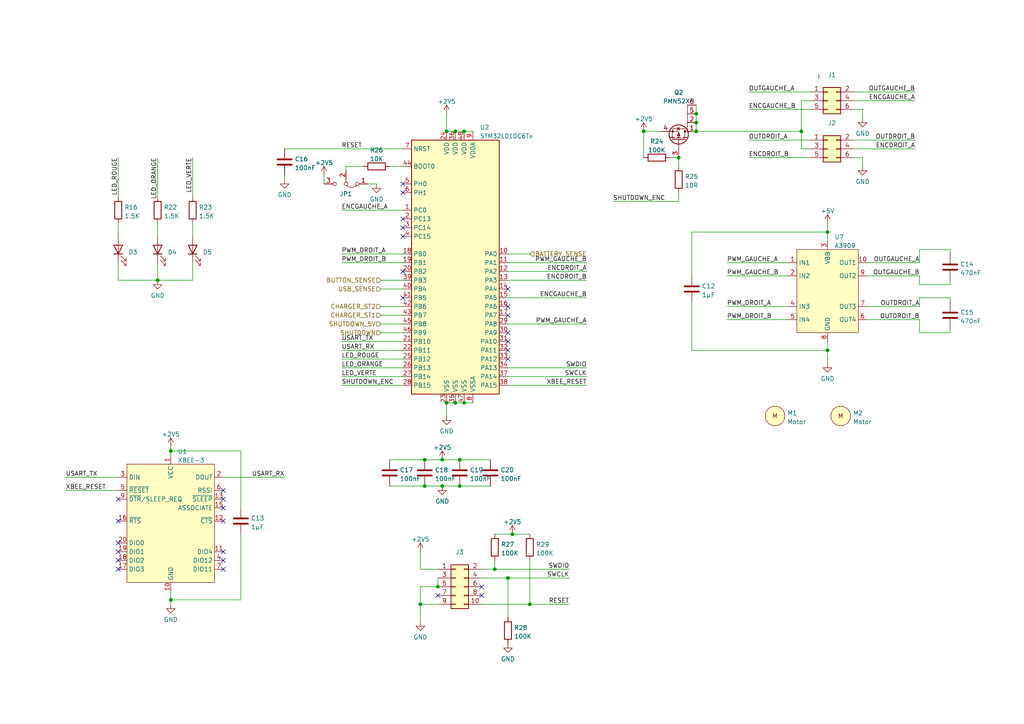
<source format=kicad_sch>
(kicad_sch (version 20211123) (generator eeschema)
  (paper "A4")
  (title_block (title "CPU + Com + Motors") (date "2022-06-08") (rev "1.0") (company "INSA - GEI"))
  (lib_symbols
    (symbol "Connector_Generic:Conn_02x03_Odd_Even" (pin_names (offset 1.016) hide)
      (property "Reference" "J" (at 1.27 5.08 0))
      (property "Value" "Conn_02x03_Odd_Even" (at 1.27 -5.08 0))
      (symbol "Conn_02x03_Odd_Even_1_1"
        (rectangle (start -1.27 -2.413) (end 0 -2.667) (stroke (width 0.1524)))
        (rectangle (start -1.27 0.127) (end 0 -0.127) (stroke (width 0.1524)))
        (rectangle (start -1.27 2.667) (end 0 2.413) (stroke (width 0.1524)))
        (rectangle (start -1.27 3.81) (end 3.81 -3.81) (stroke (width 0.254)) (fill (type background)))
        (rectangle (start 3.81 -2.413) (end 2.54 -2.667) (stroke (width 0.1524)))
        (rectangle (start 3.81 0.127) (end 2.54 -0.127) (stroke (width 0.1524)))
        (rectangle (start 3.81 2.667) (end 2.54 2.413) (stroke (width 0.1524)))
        (pin passive line (at -5.08 2.54 0) (length 3.81) (name "Pin_1") (number "1"))
        (pin passive line (at 7.62 2.54 180) (length 3.81) (name "Pin_2") (number "2"))
        (pin passive line (at -5.08 0 0) (length 3.81) (name "Pin_3") (number "3"))
        (pin passive line (at 7.62 0 180) (length 3.81) (name "Pin_4") (number "4"))
        (pin passive line (at -5.08 -2.54 0) (length 3.81) (name "Pin_5") (number "5"))
        (pin passive line (at 7.62 -2.54 180) (length 3.81) (name "Pin_6") (number "6"))
      )
    )
    (symbol "Connector_Generic:Conn_02x05_Odd_Even" (pin_names (offset 1.016) hide)
      (property "Reference" "J" (at 1.27 7.62 0))
      (property "Value" "Conn_02x05_Odd_Even" (at 1.27 -7.62 0))
      (symbol "Conn_02x05_Odd_Even_1_1"
        (rectangle (start -1.27 -4.953) (end 0 -5.207) (stroke (width 0.1524)))
        (rectangle (start -1.27 -2.413) (end 0 -2.667) (stroke (width 0.1524)))
        (rectangle (start -1.27 0.127) (end 0 -0.127) (stroke (width 0.1524)))
        (rectangle (start -1.27 2.667) (end 0 2.413) (stroke (width 0.1524)))
        (rectangle (start -1.27 5.207) (end 0 4.953) (stroke (width 0.1524)))
        (rectangle (start -1.27 6.35) (end 3.81 -6.35) (stroke (width 0.254)) (fill (type background)))
        (rectangle (start 3.81 -4.953) (end 2.54 -5.207) (stroke (width 0.1524)))
        (rectangle (start 3.81 -2.413) (end 2.54 -2.667) (stroke (width 0.1524)))
        (rectangle (start 3.81 0.127) (end 2.54 -0.127) (stroke (width 0.1524)))
        (rectangle (start 3.81 2.667) (end 2.54 2.413) (stroke (width 0.1524)))
        (rectangle (start 3.81 5.207) (end 2.54 4.953) (stroke (width 0.1524)))
        (pin passive line (at -5.08 5.08 0) (length 3.81) (name "Pin_1") (number "1"))
        (pin passive line (at 7.62 -5.08 180) (length 3.81) (name "Pin_10") (number "10"))
        (pin passive line (at 7.62 5.08 180) (length 3.81) (name "Pin_2") (number "2"))
        (pin passive line (at -5.08 2.54 0) (length 3.81) (name "Pin_3") (number "3"))
        (pin passive line (at 7.62 2.54 180) (length 3.81) (name "Pin_4") (number "4"))
        (pin passive line (at -5.08 0 0) (length 3.81) (name "Pin_5") (number "5"))
        (pin passive line (at 7.62 0 180) (length 3.81) (name "Pin_6") (number "6"))
        (pin passive line (at -5.08 -2.54 0) (length 3.81) (name "Pin_7") (number "7"))
        (pin passive line (at 7.62 -2.54 180) (length 3.81) (name "Pin_8") (number "8"))
        (pin passive line (at -5.08 -5.08 0) (length 3.81) (name "Pin_9") (number "9"))
      )
    )
    (symbol "Device:C" (pin_numbers hide) (pin_names (offset 0.254))
      (property "Reference" "C" (at 0.635 2.54 0))
      (property "Value" "C" (at 0.635 -2.54 0))
      (symbol "C_0_1"
        (polyline (pts (xy -2.032 -0.762) (xy 2.032 -0.762)) (stroke (width 0.508)))
        (polyline (pts (xy -2.032 0.762) (xy 2.032 0.762)) (stroke (width 0.508)))
      )
      (symbol "C_1_1"
        (pin passive line (at 0 3.81 270) (length 2.794) (name "~") (number "1"))
        (pin passive line (at 0 -3.81 90) (length 2.794) (name "~") (number "2"))
      )
    )
    (symbol "Device:LED" (pin_numbers hide) (pin_names (offset 1.016) hide)
      (property "Reference" "D" (at 0 2.54 0))
      (property "Value" "LED" (at 0 -2.54 0))
      (symbol "LED_0_1"
        (polyline (pts (xy -1.27 -1.27) (xy -1.27 1.27)) (stroke (width 0.254)))
        (polyline (pts (xy -1.27 0) (xy 1.27 0)))
        (polyline (pts (xy 1.27 -1.27) (xy 1.27 1.27) (xy -1.27 0) (xy 1.27 -1.27)) (stroke (width 0.254)))
        (polyline (pts (xy -3.048 -0.762) (xy -4.572 -2.286) (xy -3.81 -2.286) (xy -4.572 -2.286) (xy -4.572 -1.524)))
        (polyline (pts (xy -1.778 -0.762) (xy -3.302 -2.286) (xy -2.54 -2.286) (xy -3.302 -2.286) (xy -3.302 -1.524)))
      )
      (symbol "LED_1_1"
        (pin passive line (at -3.81 0 0) (length 2.54) (name "K") (number "1"))
        (pin passive line (at 3.81 0 180) (length 2.54) (name "A") (number "2"))
      )
    )
    (symbol "Device:R" (pin_numbers hide) (pin_names (offset 0))
      (property "Reference" "R" (at 2.032 0 90))
      (property "Value" "R" (at 0 0 90))
      (symbol "R_0_1"
        (rectangle (start -1.016 -2.54) (end 1.016 2.54) (stroke (width 0.254)))
      )
      (symbol "R_1_1"
        (pin passive line (at 0 3.81 270) (length 1.27) (name "~") (number "1"))
        (pin passive line (at 0 -3.81 90) (length 1.27) (name "~") (number "2"))
      )
    )
    (symbol "Insa:A3909"
      (property "Reference" "U" (at -7.62 15.24 0))
      (property "Value" "A3909" (at 6.35 -13.97 0))
      (symbol "A3909_0_1"
        (rectangle (start -8.89 12.7) (end 8.89 -11.43) (stroke (width 0.1524)) (fill (type background)))
        (rectangle (start 0 -19.05) (end 0 -19.05) (stroke (width 0.1524)))
        (rectangle (start 0 -19.05) (end 0 -19.05) (stroke (width 0.1524)))
        (rectangle (start 0 -19.05) (end 0 -19.05) (stroke (width 0.1524)))
        (rectangle (start 0 -19.05) (end 0 -19.05) (stroke (width 0.1524)))
      )
      (symbol "A3909_1_1"
        (pin input line (at -11.43 8.89 0) (length 2.54) (name "IN1") (number "1"))
        (pin output line (at 11.43 8.89 180) (length 2.54) (name "OUT1") (number "10"))
        (pin input line (at -11.43 5.08 0) (length 2.54) (name "IN2") (number "2"))
        (pin power_in line (at 0 15.24 270) (length 2.54) (name "VBB") (number "3"))
        (pin input line (at -11.43 -3.81 0) (length 2.54) (name "IN3") (number "4"))
        (pin input line (at -11.43 -7.62 0) (length 2.54) (name "IN4") (number "5"))
        (pin output line (at 11.43 -7.62 180) (length 2.54) (name "OUT4") (number "6"))
        (pin output line (at 11.43 -3.81 180) (length 2.54) (name "OUT3") (number "7"))
        (pin power_in line (at 0 -13.97 90) (length 2.54) (name "GND") (number "8"))
        (pin output line (at 11.43 5.08 180) (length 2.54) (name "OUT2") (number "9"))
      )
    )
    (symbol "Insa:Motor"
      (property "Reference" "M" (at 0 3.81 0))
      (property "Value" "Motor" (at 0 -5.08 0))
      (symbol "Motor_0_0"
        (text "M" (at 0 0 0) (effects (font (size 1.27 1.27))))
      )
      (symbol "Motor_0_1"
        (circle (center 0 0) (radius 2.8398) (stroke (width 0.1524)) (fill (type background)))
      )
    )
    (symbol "Insa:PMN52XP" (pin_names (offset 0) hide)
      (property "Reference" "Q" (at 5.08 1.27 0))
      (property "Value" "PMN52XP" (at 5.08 -1.27 0))
      (symbol "PMN52XP_0_1"
        (polyline (pts (xy 0.254 0) (xy -2.54 0)))
        (polyline (pts (xy 0.254 1.905) (xy 0.254 -1.905)) (stroke (width 0.254)))
        (polyline (pts (xy 0.762 -1.27) (xy 0.762 -2.286)) (stroke (width 0.254)))
        (polyline (pts (xy 0.762 0.508) (xy 0.762 -0.508)) (stroke (width 0.254)))
        (polyline (pts (xy 0.762 2.286) (xy 0.762 1.27)) (stroke (width 0.254)))
        (polyline (pts (xy 10.16 2.54) (xy 5.08 2.54)) (stroke (width 0.1524)))
        (polyline (pts (xy 2.54 -2.54) (xy 2.54 0) (xy 0.762 0)))
        (polyline (pts (xy 5.08 2.54) (xy 2.54 2.54) (xy 2.54 1.778)))
        (polyline (pts (xy 0.762 1.778) (xy 3.302 1.778) (xy 3.302 -1.778) (xy 0.762 -1.778)))
        (polyline (pts (xy 2.286 0) (xy 1.27 0.381) (xy 1.27 -0.381) (xy 2.286 0)) (fill (type outline)))
        (polyline (pts (xy 2.794 -0.508) (xy 2.921 -0.381) (xy 3.683 -0.381) (xy 3.81 -0.254)))
        (polyline (pts (xy 3.302 -0.381) (xy 2.921 0.254) (xy 3.683 0.254) (xy 3.302 -0.381)))
        (circle (center 1.651 0) (radius 2.794) (stroke (width 0.254)))
        (circle (center 2.54 -1.778) (radius 0.254) (fill (type outline)))
        (circle (center 2.54 1.778) (radius 0.254) (fill (type outline)))
      )
      (symbol "PMN52XP_1_1"
        (pin passive line (at 2.54 5.08 270) (length 2.54) (name "D") (number "1"))
        (pin passive line (at 5.08 5.08 270) (length 2.54) (name "D") (number "2"))
        (pin input line (at -5.08 0 0) (length 2.54) (name "G") (number "3"))
        (pin passive line (at 2.54 -5.08 90) (length 2.54) (name "S") (number "4"))
        (pin passive line (at 7.62 5.08 270) (length 2.54) (name "D") (number "5"))
        (pin passive line (at 10.16 5.08 270) (length 2.54) (name "D") (number "6"))
      )
    )
    (symbol "Insa:XBEE-3"
      (property "Reference" "U" (at -21.59 -17.78 0))
      (property "Value" "XBEE-3" (at -21.59 -17.78 0))
      (symbol "XBEE-3_0_1"
        (rectangle (start -12.7 36.83) (end 12.7 2.54) (stroke (width 0.1524)) (fill (type background)))
      )
      (symbol "XBEE-3_1_1"
        (pin power_in line (at 0 39.37 270) (length 2.54) (name "VCC") (number "1"))
        (pin power_in line (at 0 0 90) (length 2.54) (name "GND") (number "10"))
        (pin bidirectional line (at 15.24 11.43 180) (length 2.54) (name "DIO4") (number "11"))
        (pin output line (at 15.24 20.32 180) (length 2.54) (name "~{CTS}") (number "12"))
        (pin output line (at 15.24 26.67 180) (length 2.54) (name "~{SLEEP}") (number "13"))
        (pin output line (at 15.24 24.13 180) (length 2.54) (name "ASSOCIATE") (number "15"))
        (pin input line (at -15.24 20.32 0) (length 2.54) (name "~{RTS}") (number "16"))
        (pin bidirectional line (at -15.24 6.35 0) (length 2.54) (name "DIO3") (number "17"))
        (pin bidirectional line (at -15.24 8.89 0) (length 2.54) (name "DIO2") (number "18"))
        (pin bidirectional line (at -15.24 11.43 0) (length 2.54) (name "DIO1") (number "19"))
        (pin output line (at 15.24 33.02 180) (length 2.54) (name "DOUT") (number "2"))
        (pin bidirectional line (at -15.24 13.97 0) (length 2.54) (name "DIO0") (number "20"))
        (pin input line (at -15.24 33.02 0) (length 2.54) (name "DIN") (number "3"))
        (pin bidirectional line (at 15.24 8.89 180) (length 2.54) (name "DIO12") (number "4"))
        (pin input line (at -15.24 29.21 0) (length 2.54) (name "~{RESET}") (number "5"))
        (pin output line (at 15.24 29.21 180) (length 2.54) (name "RSSI") (number "6"))
        (pin bidirectional line (at 15.24 6.35 180) (length 2.54) (name "DIO11") (number "7"))
        (pin input line (at -15.24 26.67 0) (length 2.54) (name "~{DTR}/SLEEP_REQ") (number "9"))
      )
    )
    (symbol "Jumper:Jumper_3_Bridged12" (pin_names (offset 0) hide)
      (property "Reference" "JP" (at -2.54 -2.54 0))
      (property "Value" "Jumper_3_Bridged12" (at 0 2.794 0))
      (symbol "Jumper_3_Bridged12_0_0"
        (circle (center -3.302 0) (radius 0.508))
        (circle (center 0 0) (radius 0.508))
        (circle (center 3.302 0) (radius 0.508))
      )
      (symbol "Jumper_3_Bridged12_0_1"
        (arc (start -0.254 0.508) (mid -1.651 0.9912) (end -3.048 0.508))
        (polyline (pts (xy 0 -1.27) (xy 0 -0.508)))
      )
      (symbol "Jumper_3_Bridged12_1_1"
        (pin passive line (at -6.35 0 0) (length 2.54) (name "A") (number "1"))
        (pin passive line (at 0 -3.81 90) (length 2.54) (name "C") (number "2"))
        (pin passive line (at 6.35 0 180) (length 2.54) (name "B") (number "3"))
      )
    )
    (symbol "MCU_ST_STM32L0:STM32L031C6Tx"
      (property "Reference" "U" (at -12.7 36.83 0))
      (property "Value" "STM32L031C6Tx" (at 7.62 36.83 0))
      (symbol "STM32L031C6Tx_0_1"
        (rectangle (start -12.7 -38.1) (end 12.7 35.56) (stroke (width 0.254)) (fill (type background)))
      )
      (symbol "STM32L031C6Tx_1_1"
        (pin bidirectional line (at -15.24 15.24 0) (length 2.54) (name "PC0") (number "1"))
        (pin bidirectional line (at 15.24 2.54 180) (length 2.54) (name "PA0") (number "10"))
        (pin bidirectional line (at 15.24 0 180) (length 2.54) (name "PA1") (number "11"))
        (pin bidirectional line (at 15.24 -2.54 180) (length 2.54) (name "PA2") (number "12"))
        (pin bidirectional line (at 15.24 -5.08 180) (length 2.54) (name "PA3") (number "13"))
        (pin bidirectional line (at 15.24 -7.62 180) (length 2.54) (name "PA4") (number "14"))
        (pin bidirectional line (at 15.24 -10.16 180) (length 2.54) (name "PA5") (number "15"))
        (pin bidirectional line (at 15.24 -12.7 180) (length 2.54) (name "PA6") (number "16"))
        (pin bidirectional line (at 15.24 -15.24 180) (length 2.54) (name "PA7") (number "17"))
        (pin bidirectional line (at -15.24 2.54 0) (length 2.54) (name "PB0") (number "18"))
        (pin bidirectional line (at -15.24 0 0) (length 2.54) (name "PB1") (number "19"))
        (pin bidirectional line (at -15.24 12.7 0) (length 2.54) (name "PC13") (number "2"))
        (pin bidirectional line (at -15.24 -2.54 0) (length 2.54) (name "PB2") (number "20"))
        (pin bidirectional line (at -15.24 -22.86 0) (length 2.54) (name "PB10") (number "21"))
        (pin bidirectional line (at -15.24 -25.4 0) (length 2.54) (name "PB11") (number "22"))
        (pin power_in line (at -2.54 -40.64 90) (length 2.54) (name "VSS") (number "23"))
        (pin power_in line (at -2.54 38.1 270) (length 2.54) (name "VDD") (number "24"))
        (pin bidirectional line (at -15.24 -27.94 0) (length 2.54) (name "PB12") (number "25"))
        (pin bidirectional line (at -15.24 -30.48 0) (length 2.54) (name "PB13") (number "26"))
        (pin bidirectional line (at -15.24 -33.02 0) (length 2.54) (name "PB14") (number "27"))
        (pin bidirectional line (at -15.24 -35.56 0) (length 2.54) (name "PB15") (number "28"))
        (pin bidirectional line (at 15.24 -17.78 180) (length 2.54) (name "PA8") (number "29"))
        (pin bidirectional line (at -15.24 10.16 0) (length 2.54) (name "PC14") (number "3"))
        (pin bidirectional line (at 15.24 -20.32 180) (length 2.54) (name "PA9") (number "30"))
        (pin bidirectional line (at 15.24 -22.86 180) (length 2.54) (name "PA10") (number "31"))
        (pin bidirectional line (at 15.24 -25.4 180) (length 2.54) (name "PA11") (number "32"))
        (pin bidirectional line (at 15.24 -27.94 180) (length 2.54) (name "PA12") (number "33"))
        (pin bidirectional line (at 15.24 -30.48 180) (length 2.54) (name "PA13") (number "34"))
        (pin power_in line (at 0 -40.64 90) (length 2.54) (name "VSS") (number "35"))
        (pin power_in line (at 0 38.1 270) (length 2.54) (name "VDD") (number "36"))
        (pin bidirectional line (at 15.24 -33.02 180) (length 2.54) (name "PA14") (number "37"))
        (pin bidirectional line (at 15.24 -35.56 180) (length 2.54) (name "PA15") (number "38"))
        (pin bidirectional line (at -15.24 -5.08 0) (length 2.54) (name "PB3") (number "39"))
        (pin bidirectional line (at -15.24 7.62 0) (length 2.54) (name "PC15") (number "4"))
        (pin bidirectional line (at -15.24 -7.62 0) (length 2.54) (name "PB4") (number "40"))
        (pin bidirectional line (at -15.24 -10.16 0) (length 2.54) (name "PB5") (number "41"))
        (pin bidirectional line (at -15.24 -12.7 0) (length 2.54) (name "PB6") (number "42"))
        (pin bidirectional line (at -15.24 -15.24 0) (length 2.54) (name "PB7") (number "43"))
        (pin input line (at -15.24 27.94 0) (length 2.54) (name "BOOT0") (number "44"))
        (pin bidirectional line (at -15.24 -17.78 0) (length 2.54) (name "PB8") (number "45"))
        (pin bidirectional line (at -15.24 -20.32 0) (length 2.54) (name "PB9") (number "46"))
        (pin power_in line (at 2.54 -40.64 90) (length 2.54) (name "VSS") (number "47"))
        (pin power_in line (at 2.54 38.1 270) (length 2.54) (name "VDD") (number "48"))
        (pin input line (at -15.24 22.86 0) (length 2.54) (name "PH0") (number "5"))
        (pin input line (at -15.24 20.32 0) (length 2.54) (name "PH1") (number "6"))
        (pin input line (at -15.24 33.02 0) (length 2.54) (name "NRST") (number "7"))
        (pin power_in line (at 5.08 -40.64 90) (length 2.54) (name "VSSA") (number "8"))
        (pin power_in line (at 5.08 38.1 270) (length 2.54) (name "VDDA") (number "9"))
      )
    )
    (symbol "power:+2V5" (power) (pin_names (offset 0))
      (property "Value" "+2V5" (at 0 3.556 0))
      (symbol "+2V5_0_1"
        (polyline (pts (xy -0.762 1.27) (xy 0 2.54)))
        (polyline (pts (xy 0 0) (xy 0 2.54)))
        (polyline (pts (xy 0 2.54) (xy 0.762 1.27)))
      )
      (symbol "+2V5_1_1"
        (pin power_in line (at 0 0 90) (length 0) hide (name "+2V5") (number "1"))
      )
    )
    (symbol "power:+5V" (power) (pin_names (offset 0))
      (property "Value" "+5V" (at 0 3.556 0))
      (symbol "+5V_0_1"
        (polyline (pts (xy -0.762 1.27) (xy 0 2.54)))
        (polyline (pts (xy 0 0) (xy 0 2.54)))
        (polyline (pts (xy 0 2.54) (xy 0.762 1.27)))
      )
      (symbol "+5V_1_1"
        (pin power_in line (at 0 0 90) (length 0) hide (name "+5V") (number "1"))
      )
    )
    (symbol "power:GND" (power) (pin_names (offset 0))
      (property "Value" "GND" (at 0 -3.81 0))
      (symbol "GND_0_1"
        (polyline (pts (xy 0 0) (xy 0 -1.27) (xy 1.27 -1.27) (xy 0 -2.54) (xy -1.27 -1.27) (xy 0 -1.27)))
      )
      (symbol "GND_1_1"
        (pin power_in line (at 0 0 270) (length 0) hide (name "GND") (number "1"))
      )
    )
  )
  (junction (at 128.27 140.97))
  (junction (at 240.03 101.6))
  (junction (at 201.93 33.02))
  (junction (at 134.62 116.84))
  (junction (at 49.53 130.81))
  (junction (at 240.03 67.31))
  (junction (at 201.93 38.1))
  (junction (at 45.72 81.28))
  (junction (at 153.67 175.26))
  (junction (at 201.93 35.56))
  (junction (at 129.54 38.1))
  (junction (at 49.53 173.99))
  (junction (at 123.19 140.97))
  (junction (at 186.69 38.1))
  (junction (at 127 170.18))
  (junction (at 196.85 45.72))
  (junction (at 147.32 167.64))
  (junction (at 134.62 38.1))
  (junction (at 143.51 165.1))
  (junction (at 232.41 38.1))
  (junction (at 148.59 154.94))
  (junction (at 132.08 116.84))
  (junction (at 133.35 133.35))
  (junction (at 132.08 38.1))
  (junction (at 133.35 140.97))
  (junction (at 128.27 133.35))
  (junction (at 129.54 116.84))
  (junction (at 121.92 175.26))
  (junction (at 123.19 133.35))
  (no_connect (at 116.84 68.58))
  (no_connect (at 116.84 78.74))
  (no_connect (at 116.84 86.36))
  (no_connect (at 116.84 53.34))
  (no_connect (at 116.84 55.88))
  (no_connect (at 116.84 63.5))
  (no_connect (at 116.84 66.04))
  (no_connect (at 147.32 83.82))
  (no_connect (at 147.32 88.9))
  (no_connect (at 147.32 91.44))
  (no_connect (at 147.32 96.52))
  (no_connect (at 147.32 99.06))
  (no_connect (at 147.32 101.6))
  (no_connect (at 147.32 104.14))
  (no_connect (at 34.29 144.78))
  (no_connect (at 64.77 151.13))
  (no_connect (at 64.77 160.02))
  (no_connect (at 64.77 162.56))
  (no_connect (at 64.77 165.1))
  (no_connect (at 64.77 142.24))
  (no_connect (at 64.77 144.78))
  (no_connect (at 64.77 147.32))
  (no_connect (at 34.29 165.1))
  (no_connect (at 34.29 162.56))
  (no_connect (at 34.29 160.02))
  (no_connect (at 34.29 157.48))
  (no_connect (at 34.29 151.13))
  (no_connect (at 127 172.72))
  (no_connect (at 139.7 172.72))
  (no_connect (at 139.7 170.18))
  (wire (pts (xy 250.19 31.75) (xy 250.19 34.29)))
  (wire (pts (xy 275.59 82.55) (xy 275.59 81.28)))
  (wire (pts (xy 200.66 67.31) (xy 240.03 67.31)))
  (wire (pts (xy 99.06 73.66) (xy 116.84 73.66)))
  (wire (pts (xy 232.41 43.18) (xy 234.95 43.18)))
  (wire (pts (xy 251.46 88.9) (xy 266.7 88.9)))
  (wire (pts (xy 201.93 35.56) (xy 201.93 38.1)))
  (wire (pts (xy 201.93 30.48) (xy 201.93 33.02)))
  (wire (pts (xy 266.7 88.9) (xy 266.7 86.36)))
  (wire (pts (xy 129.54 116.84) (xy 129.54 120.65)))
  (wire (pts (xy 127 170.18) (xy 121.92 170.18)))
  (wire (pts (xy 247.65 31.75) (xy 250.19 31.75)))
  (wire (pts (xy 121.92 175.26) (xy 121.92 180.34)))
  (wire (pts (xy 113.03 133.35) (xy 123.19 133.35)))
  (wire (pts (xy 82.55 50.8) (xy 82.55 52.07)))
  (wire (pts (xy 128.27 133.35) (xy 133.35 133.35)))
  (wire (pts (xy 19.05 142.24) (xy 34.29 142.24)))
  (wire (pts (xy 99.06 109.22) (xy 116.84 109.22)))
  (wire (pts (xy 129.54 116.84) (xy 132.08 116.84)))
  (wire (pts (xy 232.41 38.1) (xy 232.41 43.18)))
  (wire (pts (xy 247.65 40.64) (xy 265.43 40.64)))
  (wire (pts (xy 200.66 80.01) (xy 200.66 67.31)))
  (wire (pts (xy 147.32 81.28) (xy 170.18 81.28)))
  (wire (pts (xy 64.77 138.43) (xy 82.55 138.43)))
  (wire (pts (xy 69.85 130.81) (xy 69.85 147.32)))
  (wire (pts (xy 99.06 106.68) (xy 116.84 106.68)))
  (wire (pts (xy 217.17 45.72) (xy 234.95 45.72)))
  (wire (pts (xy 196.85 55.88) (xy 196.85 58.42)))
  (wire (pts (xy 147.32 86.36) (xy 170.18 86.36)))
  (wire (pts (xy 55.88 64.77) (xy 55.88 68.58)))
  (wire (pts (xy 266.7 92.71) (xy 266.7 96.52)))
  (wire (pts (xy 275.59 72.39) (xy 275.59 73.66)))
  (wire (pts (xy 275.59 95.25) (xy 275.59 96.52)))
  (wire (pts (xy 49.53 173.99) (xy 69.85 173.99)))
  (wire (pts (xy 210.82 80.01) (xy 228.6 80.01)))
  (wire (pts (xy 45.72 81.28) (xy 55.88 81.28)))
  (wire (pts (xy 148.59 154.94) (xy 153.67 154.94)))
  (wire (pts (xy 133.35 133.35) (xy 142.24 133.35)))
  (wire (pts (xy 93.98 50.8) (xy 93.98 53.34)))
  (wire (pts (xy 147.32 93.98) (xy 170.18 93.98)))
  (wire (pts (xy 110.49 93.98) (xy 116.84 93.98)))
  (wire (pts (xy 129.54 33.02) (xy 129.54 38.1)))
  (wire (pts (xy 127 167.64) (xy 127 170.18)))
  (wire (pts (xy 210.82 88.9) (xy 228.6 88.9)))
  (wire (pts (xy 34.29 45.72) (xy 34.29 57.15)))
  (wire (pts (xy 153.67 175.26) (xy 165.1 175.26)))
  (wire (pts (xy 200.66 87.63) (xy 200.66 101.6)))
  (wire (pts (xy 266.7 80.01) (xy 266.7 82.55)))
  (wire (pts (xy 240.03 99.06) (xy 240.03 101.6)))
  (wire (pts (xy 147.32 111.76) (xy 170.18 111.76)))
  (wire (pts (xy 217.17 40.64) (xy 234.95 40.64)))
  (wire (pts (xy 240.03 64.77) (xy 240.03 67.31)))
  (wire (pts (xy 55.88 81.28) (xy 55.88 76.2)))
  (wire (pts (xy 201.93 33.02) (xy 201.93 35.56)))
  (wire (pts (xy 232.41 29.21) (xy 232.41 38.1)))
  (wire (pts (xy 99.06 99.06) (xy 116.84 99.06)))
  (wire (pts (xy 147.32 73.66) (xy 153.67 73.66)))
  (wire (pts (xy 147.32 106.68) (xy 170.18 106.68)))
  (wire (pts (xy 134.62 38.1) (xy 137.16 38.1)))
  (wire (pts (xy 110.49 83.82) (xy 116.84 83.82)))
  (wire (pts (xy 69.85 154.94) (xy 69.85 173.99)))
  (wire (pts (xy 99.06 104.14) (xy 116.84 104.14)))
  (wire (pts (xy 128.27 140.97) (xy 133.35 140.97)))
  (wire (pts (xy 139.7 165.1) (xy 143.51 165.1)))
  (wire (pts (xy 134.62 116.84) (xy 137.16 116.84)))
  (wire (pts (xy 45.72 45.72) (xy 45.72 57.15)))
  (wire (pts (xy 247.65 26.67) (xy 265.43 26.67)))
  (wire (pts (xy 147.32 167.64) (xy 147.32 179.07)))
  (wire (pts (xy 210.82 92.71) (xy 228.6 92.71)))
  (wire (pts (xy 132.08 38.1) (xy 134.62 38.1)))
  (wire (pts (xy 132.08 116.84) (xy 134.62 116.84)))
  (wire (pts (xy 113.03 140.97) (xy 123.19 140.97)))
  (wire (pts (xy 247.65 45.72) (xy 250.19 45.72)))
  (wire (pts (xy 121.92 170.18) (xy 121.92 175.26)))
  (wire (pts (xy 49.53 173.99) (xy 49.53 175.26)))
  (polyline (pts (xy 237.49 21.59) (xy 237.49 22.86)))
  (wire (pts (xy 99.06 76.2) (xy 116.84 76.2)))
  (wire (pts (xy 139.7 175.26) (xy 153.67 175.26)))
  (wire (pts (xy 275.59 86.36) (xy 275.59 87.63)))
  (wire (pts (xy 110.49 91.44) (xy 116.84 91.44)))
  (wire (pts (xy 99.06 111.76) (xy 116.84 111.76)))
  (wire (pts (xy 217.17 26.67) (xy 234.95 26.67)))
  (wire (pts (xy 143.51 162.56) (xy 143.51 165.1)))
  (wire (pts (xy 250.19 45.72) (xy 250.19 48.26)))
  (wire (pts (xy 240.03 67.31) (xy 240.03 69.85)))
  (wire (pts (xy 49.53 171.45) (xy 49.53 173.99)))
  (wire (pts (xy 251.46 76.2) (xy 266.7 76.2)))
  (wire (pts (xy 110.49 88.9) (xy 116.84 88.9)))
  (wire (pts (xy 194.31 45.72) (xy 196.85 45.72)))
  (wire (pts (xy 247.65 43.18) (xy 265.43 43.18)))
  (wire (pts (xy 217.17 31.75) (xy 234.95 31.75)))
  (wire (pts (xy 129.54 38.1) (xy 132.08 38.1)))
  (wire (pts (xy 49.53 129.54) (xy 49.53 130.81)))
  (wire (pts (xy 19.05 138.43) (xy 34.29 138.43)))
  (wire (pts (xy 55.88 45.72) (xy 55.88 57.15)))
  (wire (pts (xy 82.55 43.18) (xy 116.84 43.18)))
  (wire (pts (xy 143.51 154.94) (xy 148.59 154.94)))
  (wire (pts (xy 240.03 101.6) (xy 240.03 105.41)))
  (wire (pts (xy 143.51 165.1) (xy 165.1 165.1)))
  (wire (pts (xy 123.19 133.35) (xy 128.27 133.35)))
  (wire (pts (xy 186.69 45.72) (xy 186.69 38.1)))
  (wire (pts (xy 153.67 162.56) (xy 153.67 175.26)))
  (wire (pts (xy 147.32 78.74) (xy 170.18 78.74)))
  (wire (pts (xy 45.72 64.77) (xy 45.72 68.58)))
  (wire (pts (xy 201.93 38.1) (xy 232.41 38.1)))
  (wire (pts (xy 210.82 76.2) (xy 228.6 76.2)))
  (wire (pts (xy 266.7 96.52) (xy 275.59 96.52)))
  (wire (pts (xy 106.68 53.34) (xy 109.22 53.34)))
  (wire (pts (xy 266.7 82.55) (xy 275.59 82.55)))
  (wire (pts (xy 100.33 48.26) (xy 100.33 49.53)))
  (wire (pts (xy 266.7 76.2) (xy 266.7 72.39)))
  (wire (pts (xy 200.66 101.6) (xy 240.03 101.6)))
  (wire (pts (xy 49.53 130.81) (xy 69.85 130.81)))
  (wire (pts (xy 147.32 167.64) (xy 165.1 167.64)))
  (wire (pts (xy 45.72 76.2) (xy 45.72 81.28)))
  (wire (pts (xy 147.32 76.2) (xy 170.18 76.2)))
  (wire (pts (xy 266.7 86.36) (xy 275.59 86.36)))
  (wire (pts (xy 110.49 96.52) (xy 116.84 96.52)))
  (wire (pts (xy 99.06 101.6) (xy 116.84 101.6)))
  (wire (pts (xy 34.29 64.77) (xy 34.29 68.58)))
  (wire (pts (xy 105.41 48.26) (xy 100.33 48.26)))
  (wire (pts (xy 186.69 38.1) (xy 191.77 38.1)))
  (wire (pts (xy 49.53 130.81) (xy 49.53 132.08)))
  (wire (pts (xy 110.49 81.28) (xy 116.84 81.28)))
  (wire (pts (xy 147.32 109.22) (xy 170.18 109.22)))
  (wire (pts (xy 251.46 80.01) (xy 266.7 80.01)))
  (wire (pts (xy 34.29 81.28) (xy 45.72 81.28)))
  (wire (pts (xy 247.65 29.21) (xy 265.43 29.21)))
  (wire (pts (xy 251.46 92.71) (xy 266.7 92.71)))
  (wire (pts (xy 139.7 167.64) (xy 147.32 167.64)))
  (wire (pts (xy 133.35 140.97) (xy 142.24 140.97)))
  (wire (pts (xy 121.92 175.26) (xy 127 175.26)))
  (wire (pts (xy 121.92 160.02) (xy 121.92 165.1)))
  (wire (pts (xy 127 165.1) (xy 121.92 165.1)))
  (wire (pts (xy 266.7 72.39) (xy 275.59 72.39)))
  (wire (pts (xy 99.06 60.96) (xy 116.84 60.96)))
  (wire (pts (xy 123.19 140.97) (xy 128.27 140.97)))
  (wire (pts (xy 113.03 48.26) (xy 116.84 48.26)))
  (wire (pts (xy 34.29 76.2) (xy 34.29 81.28)))
  (wire (pts (xy 196.85 45.72) (xy 196.85 48.26)))
  (wire (pts (xy 177.8 58.42) (xy 196.85 58.42)))
  (wire (pts (xy 232.41 29.21) (xy 234.95 29.21)))
  (label "ENCDROIT_B" (at 170.18 81.28 180))
  (label "USART_TX" (at 19.05 138.43 0))
  (label "SHUTDOWN_ENC" (at 99.06 111.76 0))
  (label "PWM_DROIT_B" (at 210.82 92.71 0))
  (label "PWM_DROIT_A" (at 210.82 88.9 0))
  (label "USART_RX" (at 99.06 101.6 0))
  (label "PWM_GAUCHE_A" (at 210.82 76.2 0))
  (label "OUTDROIT_A" (at 217.17 40.64 0))
  (label "LED_ORANGE" (at 45.72 45.72 270))
  (label "ENCDROIT_A" (at 265.43 43.18 180))
  (label "ENCDROIT_A" (at 170.18 78.74 180))
  (label "SWCLK" (at 170.18 109.22 180))
  (label "ENCGAUCHE_A" (at 99.06 60.96 0))
  (label "PWM_DROIT_B" (at 99.06 76.2 0))
  (label "PWM_GAUCHE_B" (at 170.18 76.2 180))
  (label "OUTGAUCHE_B" (at 266.7 80.01 180))
  (label "PWM_GAUCHE_B" (at 210.82 80.01 0))
  (label "OUTGAUCHE_B" (at 265.43 26.67 180))
  (label "PWM_DROIT_A" (at 99.06 73.66 0))
  (label "USART_RX" (at 82.55 138.43 180))
  (label "USART_TX" (at 99.06 99.06 0))
  (label "ENCGAUCHE_B" (at 170.18 86.36 180))
  (label "SWCLK" (at 165.1 167.64 180))
  (label "LED_ROUGE" (at 34.29 45.72 270))
  (label "XBEE_RESET" (at 19.05 142.24 0))
  (label "XBEE_RESET" (at 170.18 111.76 180))
  (label "SHUTDOWN_ENC" (at 177.8 58.42 0))
  (label "ENCDROIT_B" (at 217.17 45.72 0))
  (label "OUTDROIT_B" (at 265.43 40.64 180))
  (label "ENCGAUCHE_B" (at 217.17 31.75 0))
  (label "OUTGAUCHE_A" (at 217.17 26.67 0))
  (label "LED_ORANGE" (at 99.06 106.68 0))
  (label "OUTGAUCHE_A" (at 266.7 76.2 180))
  (label "SWDIO" (at 170.18 106.68 180))
  (label "PWM_GAUCHE_A" (at 170.18 93.98 180))
  (label "OUTDROIT_B" (at 266.7 92.71 180))
  (label "RESET" (at 165.1 175.26 180))
  (label "LED_ROUGE" (at 99.06 104.14 0))
  (label "LED_VERTE" (at 99.06 109.22 0))
  (label "OUTDROIT_A" (at 266.7 88.9 180))
  (label "LED_VERTE" (at 55.88 45.72 270))
  (label "ENCGAUCHE_A" (at 265.43 29.21 180))
  (label "SWDIO" (at 165.1 165.1 180))
  (label "RESET" (at 99.06 43.18 0))
  (hierarchical_label "CHARGER_ST1" (shape input) (at 110.49 91.44 180))
  (hierarchical_label "USB_SENSE" (shape input) (at 110.49 83.82 180))
  (hierarchical_label "SHUTDOWN" (shape input) (at 110.49 96.52 180))
  (hierarchical_label "BATTERY_SENSE" (shape input) (at 153.67 73.66 0))
  (hierarchical_label "BUTTON_SENSE" (shape input) (at 110.49 81.28 180))
  (hierarchical_label "SHUTDOWN_5V" (shape input) (at 110.49 93.98 180))
  (hierarchical_label "CHARGER_ST2" (shape input) (at 110.49 88.9 180))
  (symbol (lib_id "power:GND") (at 109.22 53.34 0) (unit 1)
    (property "Reference" "#PWR030" (effects hide))
    (property "Value" "GND" (at 109.22 57.7834 0))
  )
  (symbol (lib_id "Device:C") (at 275.59 77.47 0) (unit 1)
    (property "Reference" "C14" (at 278.511 76.6353 0) (effects (justify left)))
    (property "Value" "470nF" (at 278.511 79.1722 0) (effects (justify left)))
    (property "Footprint" "Capacitor_SMD:C_0805_2012Metric" (effects hide))
  )
  (symbol (lib_id "power:GND") (at 147.32 186.69 0) (unit 1)
    (property "Reference" "#PWR033" (effects hide))
    (property "Value" "GND" (at 147.32 191.1334 0))
  )
  (symbol (lib_id "power:+2V5") (at 49.53 129.54 0) (unit 1)
    (property "Reference" "#PWR0103" (effects hide))
    (property "Value" "+2V5" (at 49.53 125.9642 0))
  )
  (symbol (lib_id "power:GND") (at 240.03 105.41 0) (unit 1)
    (property "Reference" "#PWR0106" (effects hide))
    (property "Value" "GND" (at 240.03 109.8534 0))
  )
  (symbol (lib_id "Device:C") (at 200.66 83.82 0) (unit 1)
    (property "Reference" "C12" (at 203.581 82.9853 0) (effects (justify left)))
    (property "Value" "1µF" (at 203.581 85.5222 0) (effects (justify left)))
    (property "Footprint" "Capacitor_SMD:C_0805_2012Metric" (effects hide))
  )
  (symbol (lib_id "Device:C") (at 113.03 137.16 0) (unit 1)
    (property "Reference" "C17" (at 115.951 136.3253 0) (effects (justify left)))
    (property "Value" "100nF" (at 115.951 138.8622 0) (effects (justify left)))
    (property "Footprint" "Capacitor_SMD:C_0805_2012Metric" (effects hide))
  )
  (symbol (lib_id "Device:C") (at 275.59 91.44 0) (unit 1)
    (property "Reference" "C15" (at 278.511 90.6053 0) (effects (justify left)))
    (property "Value" "470nF" (at 278.511 93.1422 0) (effects (justify left)))
    (property "Footprint" "Capacitor_SMD:C_0805_2012Metric" (effects hide))
  )
  (symbol (lib_id "Device:LED") (at 45.72 72.39 90) (unit 1)
    (property "Reference" "D4" (at 48.641 73.1428 90) (effects (justify right)))
    (property "Value" "LED" (effects hide))
    (property "Footprint" "Diode_SMD:D_0805_2012Metric" (effects hide))
  )
  (symbol (lib_id "power:GND") (at 49.53 175.26 0) (unit 1)
    (property "Reference" "#PWR0101" (effects hide))
    (property "Value" "GND" (at 49.53 179.7034 0))
  )
  (symbol (lib_id "Device:C") (at 69.85 151.13 0) (unit 1)
    (property "Reference" "C13" (at 72.771 150.2953 0) (effects (justify left)))
    (property "Value" "1µF" (at 72.771 152.8322 0) (effects (justify left)))
    (property "Footprint" "Capacitor_SMD:C_0805_2012Metric" (effects hide))
  )
  (symbol (lib_id "Device:LED") (at 34.29 72.39 90) (unit 1)
    (property "Reference" "D3" (at 37.211 73.1428 90) (effects (justify right)))
    (property "Value" "LED" (effects hide))
    (property "Footprint" "Diode_SMD:D_0805_2012Metric" (effects hide))
  )
  (symbol (lib_id "power:+5V") (at 240.03 64.77 0) (unit 1)
    (property "Reference" "#PWR024" (effects hide))
    (property "Value" "+5V" (at 240.03 61.1942 0))
  )
  (symbol (lib_id "Device:R") (at 153.67 158.75 0) (unit 1)
    (property "Reference" "R29" (at 155.448 157.9153 0) (effects (justify left)))
    (property "Value" "100K" (at 155.448 160.4522 0) (effects (justify left)))
    (property "Footprint" "Resistor_SMD:R_0805_2012Metric" (effects hide))
  )
  (symbol (lib_id "Jumper:Jumper_3_Bridged12") (at 100.33 53.34 180) (unit 1)
    (property "Reference" "JP1" (at 100.33 56.2346 0))
    (property "Value" "Jumper_3_Bridged12" (effects hide))
    (property "Footprint" "Jumper:SolderJumper-3_P1.3mm_Open_RoundedPad1.0x1.5mm_NumberLabels" (effects hide))
  )
  (symbol (lib_id "power:GND") (at 250.19 48.26 0) (unit 1)
    (property "Reference" "#PWR023" (effects hide))
    (property "Value" "GND" (at 250.19 52.7034 0))
  )
  (symbol (lib_id "Device:C") (at 142.24 137.16 0) (unit 1)
    (property "Reference" "C20" (at 145.161 136.3253 0) (effects (justify left)))
    (property "Value" "100nF" (at 145.161 138.8622 0) (effects (justify left)))
    (property "Footprint" "Capacitor_SMD:C_0805_2012Metric" (effects hide))
  )
  (symbol (lib_id "Device:R") (at 34.29 60.96 0) (unit 1)
    (property "Reference" "R16" (at 36.068 60.1253 0) (effects (justify left)))
    (property "Value" "1.5K" (at 36.068 62.6622 0) (effects (justify left)))
    (property "Footprint" "Resistor_SMD:R_0805_2012Metric" (effects hide))
  )
  (symbol (lib_id "Device:C") (at 82.55 46.99 0) (unit 1)
    (property "Reference" "C16" (at 85.471 46.1553 0) (effects (justify left)))
    (property "Value" "100nF" (at 85.471 48.6922 0) (effects (justify left)))
    (property "Footprint" "Capacitor_SMD:C_0805_2012Metric" (effects hide))
  )
  (symbol (lib_id "Device:R") (at 45.72 60.96 0) (unit 1)
    (property "Reference" "R22" (at 47.498 60.1253 0) (effects (justify left)))
    (property "Value" "1.5K" (at 47.498 62.6622 0) (effects (justify left)))
    (property "Footprint" "Resistor_SMD:R_0805_2012Metric" (effects hide))
  )
  (symbol (lib_id "MCU_ST_STM32L0:STM32L031C6Tx") (at 132.08 76.2 0) (unit 1)
    (property "Reference" "U2" (at 139.1794 36.9402 0) (effects (justify left)))
    (property "Value" "STM32L010C6Tx" (at 139.1794 39.4771 0) (effects (justify left)))
    (property "Footprint" "Package_QFP:LQFP-48_7x7mm_P0.5mm" (effects hide))
    (property "Datasheet" "http://www.st.com/st-web-ui/static/active/en/resource/technical/document/datasheet/DM00140359.pdf" (effects hide))
  )
  (symbol (lib_id "power:GND") (at 82.55 52.07 0) (unit 1)
    (property "Reference" "#PWR028" (effects hide))
    (property "Value" "GND" (at 82.55 56.5134 0))
  )
  (symbol (lib_id "power:GND") (at 250.19 34.29 0) (unit 1)
    (property "Reference" "#PWR0104" (effects hide))
    (property "Value" "GND" (at 250.19 38.7334 0))
  )
  (symbol (lib_id "power:+2V5") (at 128.27 133.35 0) (unit 1)
    (property "Reference" "#PWR0109" (effects hide))
    (property "Value" "+2V5" (at 128.27 129.7742 0))
  )
  (symbol (lib_id "power:GND") (at 121.92 180.34 0) (unit 1)
    (property "Reference" "#PWR032" (effects hide))
    (property "Value" "GND" (at 121.92 184.7834 0))
  )
  (symbol (lib_id "Device:R") (at 109.22 48.26 90) (unit 1)
    (property "Reference" "R26" (at 109.22 43.5442 90))
    (property "Value" "10K" (at 109.22 46.0811 90))
    (property "Footprint" "Resistor_SMD:R_0805_2012Metric" (effects hide))
  )
  (symbol (lib_id "Device:LED") (at 55.88 72.39 90) (unit 1)
    (property "Reference" "D5" (at 58.801 73.1428 90) (effects (justify right)))
    (property "Value" "LED" (effects hide))
    (property "Footprint" "Diode_SMD:D_0805_2012Metric" (effects hide))
  )
  (symbol (lib_id "power:+2V5") (at 121.92 160.02 0) (unit 1)
    (property "Reference" "#PWR031" (effects hide))
    (property "Value" "+2V5" (at 121.92 156.4442 0))
  )
  (symbol (lib_id "power:+2V5") (at 148.59 154.94 0) (unit 1)
    (property "Reference" "#PWR034" (effects hide))
    (property "Value" "+2V5" (at 148.59 151.3642 0))
  )
  (symbol (lib_id "Device:R") (at 55.88 60.96 0) (unit 1)
    (property "Reference" "R23" (at 57.658 60.1253 0) (effects (justify left)))
    (property "Value" "1.5K" (at 57.658 62.6622 0) (effects (justify left)))
    (property "Footprint" "Resistor_SMD:R_0805_2012Metric" (effects hide))
  )
  (symbol (lib_id "Device:C") (at 133.35 137.16 0) (unit 1)
    (property "Reference" "C19" (at 136.271 136.3253 0) (effects (justify left)))
    (property "Value" "100nF" (at 136.271 138.8622 0) (effects (justify left)))
    (property "Footprint" "Capacitor_SMD:C_0805_2012Metric" (effects hide))
  )
  (symbol (lib_id "Insa:XBEE-3") (at 49.53 171.45 0) (unit 1)
    (property "Reference" "U1" (at 51.5494 130.971 0) (effects (justify left)))
    (property "Value" "XBEE-3" (at 51.5494 133.5079 0) (effects (justify left)))
    (property "Footprint" "INSA:XBEE-3-TH" (effects hide))
  )
  (symbol (lib_id "power:+2V5") (at 93.98 50.8 0) (unit 1)
    (property "Reference" "#PWR029" (effects hide))
    (property "Value" "+2V5" (at 93.98 47.2242 0))
  )
  (symbol (lib_id "Connector_Generic:Conn_02x03_Odd_Even") (at 240.03 29.21 0) (unit 1)
    (property "Reference" "J1" (at 241.3 21.7002 0))
    (property "Value" "Conn_02x03_Odd_Even" (effects hide))
    (property "Footprint" "Connector_IDC:IDC-Header_2x03_P2.54mm_Vertical" (effects hide))
  )
  (symbol (lib_id "Device:R") (at 190.5 45.72 90) (unit 1)
    (property "Reference" "R24" (at 190.5 41.0042 90))
    (property "Value" "100K" (at 190.5 43.5411 90))
    (property "Footprint" "Resistor_SMD:R_0805_2012Metric" (effects hide))
  )
  (symbol (lib_id "power:GND") (at 45.72 81.28 0) (unit 1)
    (property "Reference" "#PWR0102" (effects hide))
    (property "Value" "GND" (at 45.72 85.7234 0))
  )
  (symbol (lib_id "Insa:Motor") (at 224.79 120.65 0) (unit 1)
    (property "Reference" "M1" (at 228.341 119.8153 0) (effects (justify left)))
    (property "Value" "Motor" (at 228.341 122.3522 0) (effects (justify left)))
    (property "Footprint" "INSA:Motor Pololu HPCB with encoder" (effects hide))
  )
  (symbol (lib_id "Insa:PMN52XP") (at 196.85 40.64 270) (mirror x) (unit 1)
    (property "Reference" "Q2" (at 196.85 26.831 90))
    (property "Value" "PMN52XP" (at 196.85 29.3679 90))
    (property "Footprint" "Package_SO:TSOP-6_1.65x3.05mm_P0.95mm" (effects hide))
  )
  (symbol (lib_id "Device:R") (at 147.32 182.88 0) (unit 1)
    (property "Reference" "R28" (at 149.098 182.0453 0) (effects (justify left)))
    (property "Value" "100K" (at 149.098 184.5822 0) (effects (justify left)))
    (property "Footprint" "Resistor_SMD:R_0805_2012Metric" (effects hide))
  )
  (symbol (lib_id "Insa:A3909") (at 240.03 85.09 0) (unit 1)
    (property "Reference" "U7" (at 242.0494 68.741 0) (effects (justify left)))
    (property "Value" "A3909" (at 242.0494 71.2779 0) (effects (justify left)))
    (property "Footprint" "Package_SO:SSOP-10_3.9x4.9mm_P1.00mm" (effects hide))
  )
  (symbol (lib_id "Connector_Generic:Conn_02x03_Odd_Even") (at 240.03 43.18 0) (unit 1)
    (property "Reference" "J2" (at 241.3 35.6702 0))
    (property "Value" "Conn_02x03_Odd_Even" (effects hide))
    (property "Footprint" "Connector_IDC:IDC-Header_2x03_P2.54mm_Vertical" (effects hide))
  )
  (symbol (lib_id "power:GND") (at 129.54 120.65 0) (unit 1)
    (property "Reference" "#PWR0107" (effects hide))
    (property "Value" "GND" (at 129.54 125.0934 0))
  )
  (symbol (lib_id "Device:R") (at 196.85 52.07 0) (unit 1)
    (property "Reference" "R25" (at 198.628 51.2353 0) (effects (justify left)))
    (property "Value" "10R" (at 198.628 53.7722 0) (effects (justify left)))
    (property "Footprint" "Resistor_SMD:R_0805_2012Metric" (effects hide))
  )
  (symbol (lib_id "Device:C") (at 123.19 137.16 0) (unit 1)
    (property "Reference" "C18" (at 126.111 136.3253 0) (effects (justify left)))
    (property "Value" "100nF" (at 126.111 138.8622 0) (effects (justify left)))
    (property "Footprint" "Capacitor_SMD:C_0805_2012Metric" (effects hide))
  )
  (symbol (lib_id "power:+2V5") (at 129.54 33.02 0) (unit 1)
    (property "Reference" "#PWR0108" (effects hide))
    (property "Value" "+2V5" (at 129.54 29.4442 0))
  )
  (symbol (lib_id "Device:R") (at 143.51 158.75 0) (unit 1)
    (property "Reference" "R27" (at 145.288 157.9153 0) (effects (justify left)))
    (property "Value" "100K" (at 145.288 160.4522 0) (effects (justify left)))
    (property "Footprint" "Resistor_SMD:R_0805_2012Metric" (effects hide))
  )
  (symbol (lib_id "power:GND") (at 128.27 140.97 0) (unit 1)
    (property "Reference" "#PWR0105" (effects hide))
    (property "Value" "GND" (at 128.27 145.4134 0))
  )
  (symbol (lib_id "Connector_Generic:Conn_02x05_Odd_Even") (at 132.08 170.18 0) (unit 1)
    (property "Reference" "J3" (at 133.35 160.1302 0))
    (property "Value" "Conn_02x05_Odd_Even" (effects hide))
    (property "Footprint" "Connector_PinHeader_1.27mm:PinHeader_2x05_P1.27mm_Vertical_SMD" (effects hide))
  )
  (symbol (lib_id "Insa:Motor") (at 243.84 120.65 0) (unit 1)
    (property "Reference" "M2" (at 247.391 119.8153 0) (effects (justify left)))
    (property "Value" "Motor" (at 247.391 122.3522 0) (effects (justify left)))
    (property "Footprint" "INSA:Motor Pololu HPCB with encoder" (effects hide))
  )
  (symbol (lib_id "power:+2V5") (at 186.69 38.1 0) (unit 1)
    (property "Reference" "#PWR021" (effects hide))
    (property "Value" "+2V5" (at 186.69 34.5242 0))
  )
)
</source>
